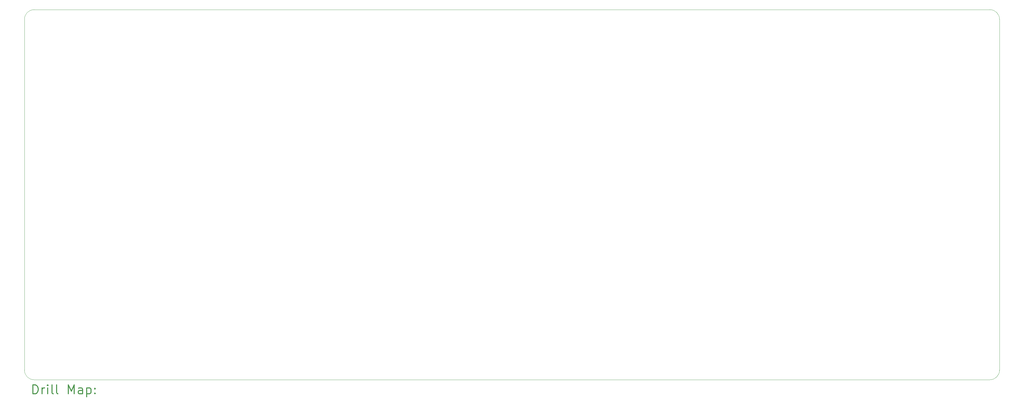
<source format=gbr>
%FSLAX45Y45*%
G04 Gerber Fmt 4.5, Leading zero omitted, Abs format (unit mm)*
G04 Created by KiCad (PCBNEW (5.1.6)-1) date 2022-07-30 11:43:33*
%MOMM*%
%LPD*%
G01*
G04 APERTURE LIST*
%TA.AperFunction,Profile*%
%ADD10C,0.050000*%
%TD*%
%ADD11C,0.200000*%
%ADD12C,0.300000*%
G04 APERTURE END LIST*
D10*
X35560000Y-12382500D02*
G75*
G02*
X35877500Y-12700000I0J-317500D01*
G01*
X3492500Y-12700000D02*
G75*
G02*
X3810000Y-12382500I317500J0D01*
G01*
X35877500Y-24368125D02*
G75*
G02*
X35560000Y-24685625I-317500J0D01*
G01*
X35560000Y-12382500D02*
X3810000Y-12382500D01*
X35877500Y-24368125D02*
X35877500Y-12700000D01*
X3810000Y-24685625D02*
X35560000Y-24685625D01*
X3492500Y-24368125D02*
X3492500Y-12700000D01*
X3810000Y-24685625D02*
G75*
G02*
X3492500Y-24368125I0J317500D01*
G01*
D11*
D12*
X3776428Y-25153839D02*
X3776428Y-24853839D01*
X3847857Y-24853839D01*
X3890714Y-24868125D01*
X3919286Y-24896696D01*
X3933571Y-24925268D01*
X3947857Y-24982411D01*
X3947857Y-25025268D01*
X3933571Y-25082411D01*
X3919286Y-25110982D01*
X3890714Y-25139554D01*
X3847857Y-25153839D01*
X3776428Y-25153839D01*
X4076428Y-25153839D02*
X4076428Y-24953839D01*
X4076428Y-25010982D02*
X4090714Y-24982411D01*
X4105000Y-24968125D01*
X4133571Y-24953839D01*
X4162143Y-24953839D01*
X4262143Y-25153839D02*
X4262143Y-24953839D01*
X4262143Y-24853839D02*
X4247857Y-24868125D01*
X4262143Y-24882411D01*
X4276428Y-24868125D01*
X4262143Y-24853839D01*
X4262143Y-24882411D01*
X4447857Y-25153839D02*
X4419286Y-25139554D01*
X4405000Y-25110982D01*
X4405000Y-24853839D01*
X4605000Y-25153839D02*
X4576428Y-25139554D01*
X4562143Y-25110982D01*
X4562143Y-24853839D01*
X4947857Y-25153839D02*
X4947857Y-24853839D01*
X5047857Y-25068125D01*
X5147857Y-24853839D01*
X5147857Y-25153839D01*
X5419286Y-25153839D02*
X5419286Y-24996696D01*
X5405000Y-24968125D01*
X5376428Y-24953839D01*
X5319286Y-24953839D01*
X5290714Y-24968125D01*
X5419286Y-25139554D02*
X5390714Y-25153839D01*
X5319286Y-25153839D01*
X5290714Y-25139554D01*
X5276428Y-25110982D01*
X5276428Y-25082411D01*
X5290714Y-25053839D01*
X5319286Y-25039554D01*
X5390714Y-25039554D01*
X5419286Y-25025268D01*
X5562143Y-24953839D02*
X5562143Y-25253839D01*
X5562143Y-24968125D02*
X5590714Y-24953839D01*
X5647857Y-24953839D01*
X5676428Y-24968125D01*
X5690714Y-24982411D01*
X5705000Y-25010982D01*
X5705000Y-25096696D01*
X5690714Y-25125268D01*
X5676428Y-25139554D01*
X5647857Y-25153839D01*
X5590714Y-25153839D01*
X5562143Y-25139554D01*
X5833571Y-25125268D02*
X5847857Y-25139554D01*
X5833571Y-25153839D01*
X5819286Y-25139554D01*
X5833571Y-25125268D01*
X5833571Y-25153839D01*
X5833571Y-24968125D02*
X5847857Y-24982411D01*
X5833571Y-24996696D01*
X5819286Y-24982411D01*
X5833571Y-24968125D01*
X5833571Y-24996696D01*
M02*

</source>
